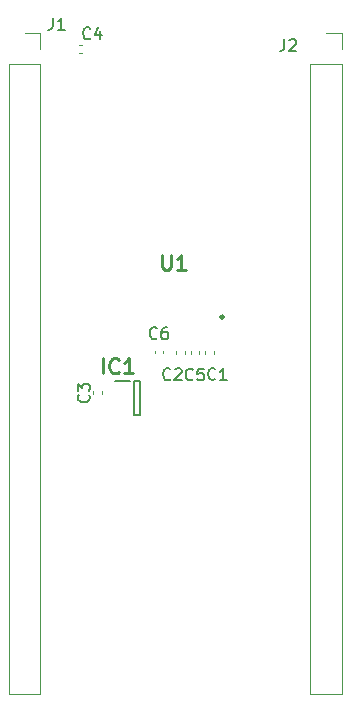
<source format=gbr>
%TF.GenerationSoftware,KiCad,Pcbnew,9.0.2*%
%TF.CreationDate,2025-07-02T00:41:41+02:00*%
%TF.ProjectId,flex_aufsatz,666c6578-5f61-4756-9673-61747a2e6b69,rev?*%
%TF.SameCoordinates,Original*%
%TF.FileFunction,Legend,Top*%
%TF.FilePolarity,Positive*%
%FSLAX46Y46*%
G04 Gerber Fmt 4.6, Leading zero omitted, Abs format (unit mm)*
G04 Created by KiCad (PCBNEW 9.0.2) date 2025-07-02 00:41:41*
%MOMM*%
%LPD*%
G01*
G04 APERTURE LIST*
%ADD10C,0.150000*%
%ADD11C,0.254000*%
%ADD12C,0.120000*%
%ADD13C,0.200000*%
%ADD14C,0.250000*%
G04 APERTURE END LIST*
D10*
X96766666Y-95354819D02*
X96766666Y-96069104D01*
X96766666Y-96069104D02*
X96719047Y-96211961D01*
X96719047Y-96211961D02*
X96623809Y-96307200D01*
X96623809Y-96307200D02*
X96480952Y-96354819D01*
X96480952Y-96354819D02*
X96385714Y-96354819D01*
X97766666Y-96354819D02*
X97195238Y-96354819D01*
X97480952Y-96354819D02*
X97480952Y-95354819D01*
X97480952Y-95354819D02*
X97385714Y-95497676D01*
X97385714Y-95497676D02*
X97290476Y-95592914D01*
X97290476Y-95592914D02*
X97195238Y-95640533D01*
D11*
X101000237Y-125434318D02*
X101000237Y-124164318D01*
X102330714Y-125313365D02*
X102270238Y-125373842D01*
X102270238Y-125373842D02*
X102088809Y-125434318D01*
X102088809Y-125434318D02*
X101967857Y-125434318D01*
X101967857Y-125434318D02*
X101786428Y-125373842D01*
X101786428Y-125373842D02*
X101665476Y-125252889D01*
X101665476Y-125252889D02*
X101604999Y-125131937D01*
X101604999Y-125131937D02*
X101544523Y-124890032D01*
X101544523Y-124890032D02*
X101544523Y-124708603D01*
X101544523Y-124708603D02*
X101604999Y-124466699D01*
X101604999Y-124466699D02*
X101665476Y-124345746D01*
X101665476Y-124345746D02*
X101786428Y-124224794D01*
X101786428Y-124224794D02*
X101967857Y-124164318D01*
X101967857Y-124164318D02*
X102088809Y-124164318D01*
X102088809Y-124164318D02*
X102270238Y-124224794D01*
X102270238Y-124224794D02*
X102330714Y-124285270D01*
X103540238Y-125434318D02*
X102814523Y-125434318D01*
X103177380Y-125434318D02*
X103177380Y-124164318D01*
X103177380Y-124164318D02*
X103056428Y-124345746D01*
X103056428Y-124345746D02*
X102935476Y-124466699D01*
X102935476Y-124466699D02*
X102814523Y-124527175D01*
D10*
X106723333Y-125924580D02*
X106675714Y-125972200D01*
X106675714Y-125972200D02*
X106532857Y-126019819D01*
X106532857Y-126019819D02*
X106437619Y-126019819D01*
X106437619Y-126019819D02*
X106294762Y-125972200D01*
X106294762Y-125972200D02*
X106199524Y-125876961D01*
X106199524Y-125876961D02*
X106151905Y-125781723D01*
X106151905Y-125781723D02*
X106104286Y-125591247D01*
X106104286Y-125591247D02*
X106104286Y-125448390D01*
X106104286Y-125448390D02*
X106151905Y-125257914D01*
X106151905Y-125257914D02*
X106199524Y-125162676D01*
X106199524Y-125162676D02*
X106294762Y-125067438D01*
X106294762Y-125067438D02*
X106437619Y-125019819D01*
X106437619Y-125019819D02*
X106532857Y-125019819D01*
X106532857Y-125019819D02*
X106675714Y-125067438D01*
X106675714Y-125067438D02*
X106723333Y-125115057D01*
X107104286Y-125115057D02*
X107151905Y-125067438D01*
X107151905Y-125067438D02*
X107247143Y-125019819D01*
X107247143Y-125019819D02*
X107485238Y-125019819D01*
X107485238Y-125019819D02*
X107580476Y-125067438D01*
X107580476Y-125067438D02*
X107628095Y-125115057D01*
X107628095Y-125115057D02*
X107675714Y-125210295D01*
X107675714Y-125210295D02*
X107675714Y-125305533D01*
X107675714Y-125305533D02*
X107628095Y-125448390D01*
X107628095Y-125448390D02*
X107056667Y-126019819D01*
X107056667Y-126019819D02*
X107675714Y-126019819D01*
X110523333Y-125909580D02*
X110475714Y-125957200D01*
X110475714Y-125957200D02*
X110332857Y-126004819D01*
X110332857Y-126004819D02*
X110237619Y-126004819D01*
X110237619Y-126004819D02*
X110094762Y-125957200D01*
X110094762Y-125957200D02*
X109999524Y-125861961D01*
X109999524Y-125861961D02*
X109951905Y-125766723D01*
X109951905Y-125766723D02*
X109904286Y-125576247D01*
X109904286Y-125576247D02*
X109904286Y-125433390D01*
X109904286Y-125433390D02*
X109951905Y-125242914D01*
X109951905Y-125242914D02*
X109999524Y-125147676D01*
X109999524Y-125147676D02*
X110094762Y-125052438D01*
X110094762Y-125052438D02*
X110237619Y-125004819D01*
X110237619Y-125004819D02*
X110332857Y-125004819D01*
X110332857Y-125004819D02*
X110475714Y-125052438D01*
X110475714Y-125052438D02*
X110523333Y-125100057D01*
X111475714Y-126004819D02*
X110904286Y-126004819D01*
X111190000Y-126004819D02*
X111190000Y-125004819D01*
X111190000Y-125004819D02*
X111094762Y-125147676D01*
X111094762Y-125147676D02*
X110999524Y-125242914D01*
X110999524Y-125242914D02*
X110904286Y-125290533D01*
X105573333Y-122449580D02*
X105525714Y-122497200D01*
X105525714Y-122497200D02*
X105382857Y-122544819D01*
X105382857Y-122544819D02*
X105287619Y-122544819D01*
X105287619Y-122544819D02*
X105144762Y-122497200D01*
X105144762Y-122497200D02*
X105049524Y-122401961D01*
X105049524Y-122401961D02*
X105001905Y-122306723D01*
X105001905Y-122306723D02*
X104954286Y-122116247D01*
X104954286Y-122116247D02*
X104954286Y-121973390D01*
X104954286Y-121973390D02*
X105001905Y-121782914D01*
X105001905Y-121782914D02*
X105049524Y-121687676D01*
X105049524Y-121687676D02*
X105144762Y-121592438D01*
X105144762Y-121592438D02*
X105287619Y-121544819D01*
X105287619Y-121544819D02*
X105382857Y-121544819D01*
X105382857Y-121544819D02*
X105525714Y-121592438D01*
X105525714Y-121592438D02*
X105573333Y-121640057D01*
X106430476Y-121544819D02*
X106240000Y-121544819D01*
X106240000Y-121544819D02*
X106144762Y-121592438D01*
X106144762Y-121592438D02*
X106097143Y-121640057D01*
X106097143Y-121640057D02*
X106001905Y-121782914D01*
X106001905Y-121782914D02*
X105954286Y-121973390D01*
X105954286Y-121973390D02*
X105954286Y-122354342D01*
X105954286Y-122354342D02*
X106001905Y-122449580D01*
X106001905Y-122449580D02*
X106049524Y-122497200D01*
X106049524Y-122497200D02*
X106144762Y-122544819D01*
X106144762Y-122544819D02*
X106335238Y-122544819D01*
X106335238Y-122544819D02*
X106430476Y-122497200D01*
X106430476Y-122497200D02*
X106478095Y-122449580D01*
X106478095Y-122449580D02*
X106525714Y-122354342D01*
X106525714Y-122354342D02*
X106525714Y-122116247D01*
X106525714Y-122116247D02*
X106478095Y-122021009D01*
X106478095Y-122021009D02*
X106430476Y-121973390D01*
X106430476Y-121973390D02*
X106335238Y-121925771D01*
X106335238Y-121925771D02*
X106144762Y-121925771D01*
X106144762Y-121925771D02*
X106049524Y-121973390D01*
X106049524Y-121973390D02*
X106001905Y-122021009D01*
X106001905Y-122021009D02*
X105954286Y-122116247D01*
D11*
X106022380Y-115394318D02*
X106022380Y-116422413D01*
X106022380Y-116422413D02*
X106082857Y-116543365D01*
X106082857Y-116543365D02*
X106143333Y-116603842D01*
X106143333Y-116603842D02*
X106264285Y-116664318D01*
X106264285Y-116664318D02*
X106506190Y-116664318D01*
X106506190Y-116664318D02*
X106627142Y-116603842D01*
X106627142Y-116603842D02*
X106687619Y-116543365D01*
X106687619Y-116543365D02*
X106748095Y-116422413D01*
X106748095Y-116422413D02*
X106748095Y-115394318D01*
X108018095Y-116664318D02*
X107292380Y-116664318D01*
X107655237Y-116664318D02*
X107655237Y-115394318D01*
X107655237Y-115394318D02*
X107534285Y-115575746D01*
X107534285Y-115575746D02*
X107413333Y-115696699D01*
X107413333Y-115696699D02*
X107292380Y-115757175D01*
D10*
X116366666Y-97154819D02*
X116366666Y-97869104D01*
X116366666Y-97869104D02*
X116319047Y-98011961D01*
X116319047Y-98011961D02*
X116223809Y-98107200D01*
X116223809Y-98107200D02*
X116080952Y-98154819D01*
X116080952Y-98154819D02*
X115985714Y-98154819D01*
X116795238Y-97250057D02*
X116842857Y-97202438D01*
X116842857Y-97202438D02*
X116938095Y-97154819D01*
X116938095Y-97154819D02*
X117176190Y-97154819D01*
X117176190Y-97154819D02*
X117271428Y-97202438D01*
X117271428Y-97202438D02*
X117319047Y-97250057D01*
X117319047Y-97250057D02*
X117366666Y-97345295D01*
X117366666Y-97345295D02*
X117366666Y-97440533D01*
X117366666Y-97440533D02*
X117319047Y-97583390D01*
X117319047Y-97583390D02*
X116747619Y-98154819D01*
X116747619Y-98154819D02*
X117366666Y-98154819D01*
X99789580Y-127266666D02*
X99837200Y-127314285D01*
X99837200Y-127314285D02*
X99884819Y-127457142D01*
X99884819Y-127457142D02*
X99884819Y-127552380D01*
X99884819Y-127552380D02*
X99837200Y-127695237D01*
X99837200Y-127695237D02*
X99741961Y-127790475D01*
X99741961Y-127790475D02*
X99646723Y-127838094D01*
X99646723Y-127838094D02*
X99456247Y-127885713D01*
X99456247Y-127885713D02*
X99313390Y-127885713D01*
X99313390Y-127885713D02*
X99122914Y-127838094D01*
X99122914Y-127838094D02*
X99027676Y-127790475D01*
X99027676Y-127790475D02*
X98932438Y-127695237D01*
X98932438Y-127695237D02*
X98884819Y-127552380D01*
X98884819Y-127552380D02*
X98884819Y-127457142D01*
X98884819Y-127457142D02*
X98932438Y-127314285D01*
X98932438Y-127314285D02*
X98980057Y-127266666D01*
X98884819Y-126933332D02*
X98884819Y-126314285D01*
X98884819Y-126314285D02*
X99265771Y-126647618D01*
X99265771Y-126647618D02*
X99265771Y-126504761D01*
X99265771Y-126504761D02*
X99313390Y-126409523D01*
X99313390Y-126409523D02*
X99361009Y-126361904D01*
X99361009Y-126361904D02*
X99456247Y-126314285D01*
X99456247Y-126314285D02*
X99694342Y-126314285D01*
X99694342Y-126314285D02*
X99789580Y-126361904D01*
X99789580Y-126361904D02*
X99837200Y-126409523D01*
X99837200Y-126409523D02*
X99884819Y-126504761D01*
X99884819Y-126504761D02*
X99884819Y-126790475D01*
X99884819Y-126790475D02*
X99837200Y-126885713D01*
X99837200Y-126885713D02*
X99789580Y-126933332D01*
X108623333Y-125949580D02*
X108575714Y-125997200D01*
X108575714Y-125997200D02*
X108432857Y-126044819D01*
X108432857Y-126044819D02*
X108337619Y-126044819D01*
X108337619Y-126044819D02*
X108194762Y-125997200D01*
X108194762Y-125997200D02*
X108099524Y-125901961D01*
X108099524Y-125901961D02*
X108051905Y-125806723D01*
X108051905Y-125806723D02*
X108004286Y-125616247D01*
X108004286Y-125616247D02*
X108004286Y-125473390D01*
X108004286Y-125473390D02*
X108051905Y-125282914D01*
X108051905Y-125282914D02*
X108099524Y-125187676D01*
X108099524Y-125187676D02*
X108194762Y-125092438D01*
X108194762Y-125092438D02*
X108337619Y-125044819D01*
X108337619Y-125044819D02*
X108432857Y-125044819D01*
X108432857Y-125044819D02*
X108575714Y-125092438D01*
X108575714Y-125092438D02*
X108623333Y-125140057D01*
X109528095Y-125044819D02*
X109051905Y-125044819D01*
X109051905Y-125044819D02*
X109004286Y-125521009D01*
X109004286Y-125521009D02*
X109051905Y-125473390D01*
X109051905Y-125473390D02*
X109147143Y-125425771D01*
X109147143Y-125425771D02*
X109385238Y-125425771D01*
X109385238Y-125425771D02*
X109480476Y-125473390D01*
X109480476Y-125473390D02*
X109528095Y-125521009D01*
X109528095Y-125521009D02*
X109575714Y-125616247D01*
X109575714Y-125616247D02*
X109575714Y-125854342D01*
X109575714Y-125854342D02*
X109528095Y-125949580D01*
X109528095Y-125949580D02*
X109480476Y-125997200D01*
X109480476Y-125997200D02*
X109385238Y-126044819D01*
X109385238Y-126044819D02*
X109147143Y-126044819D01*
X109147143Y-126044819D02*
X109051905Y-125997200D01*
X109051905Y-125997200D02*
X109004286Y-125949580D01*
X99933333Y-97059580D02*
X99885714Y-97107200D01*
X99885714Y-97107200D02*
X99742857Y-97154819D01*
X99742857Y-97154819D02*
X99647619Y-97154819D01*
X99647619Y-97154819D02*
X99504762Y-97107200D01*
X99504762Y-97107200D02*
X99409524Y-97011961D01*
X99409524Y-97011961D02*
X99361905Y-96916723D01*
X99361905Y-96916723D02*
X99314286Y-96726247D01*
X99314286Y-96726247D02*
X99314286Y-96583390D01*
X99314286Y-96583390D02*
X99361905Y-96392914D01*
X99361905Y-96392914D02*
X99409524Y-96297676D01*
X99409524Y-96297676D02*
X99504762Y-96202438D01*
X99504762Y-96202438D02*
X99647619Y-96154819D01*
X99647619Y-96154819D02*
X99742857Y-96154819D01*
X99742857Y-96154819D02*
X99885714Y-96202438D01*
X99885714Y-96202438D02*
X99933333Y-96250057D01*
X100790476Y-96488152D02*
X100790476Y-97154819D01*
X100552381Y-96107200D02*
X100314286Y-96821485D01*
X100314286Y-96821485D02*
X100933333Y-96821485D01*
D12*
%TO.C,J1*%
X93060000Y-99220000D02*
X93060000Y-152620000D01*
X93060000Y-99220000D02*
X95720000Y-99220000D01*
X93060000Y-152620000D02*
X95720000Y-152620000D01*
X94390000Y-96620000D02*
X95720000Y-96620000D01*
X95720000Y-96620000D02*
X95720000Y-97950000D01*
X95720000Y-99220000D02*
X95720000Y-152620000D01*
D13*
%TO.C,IC1*%
X102015000Y-126060000D02*
X103265000Y-126060000D01*
X103615000Y-126110000D02*
X104165000Y-126110000D01*
X103615000Y-129010000D02*
X103615000Y-126110000D01*
X104165000Y-126110000D02*
X104165000Y-129010000D01*
X104165000Y-129010000D02*
X103615000Y-129010000D01*
D12*
%TO.C,C2*%
X107205000Y-123557164D02*
X107205000Y-123772836D01*
X107925000Y-123557164D02*
X107925000Y-123772836D01*
%TO.C,C1*%
X109680000Y-123557164D02*
X109680000Y-123772836D01*
X110400000Y-123557164D02*
X110400000Y-123772836D01*
%TO.C,C6*%
X105390000Y-123532164D02*
X105390000Y-123747836D01*
X106110000Y-123532164D02*
X106110000Y-123747836D01*
D14*
%TO.C,U1*%
X111215000Y-120690000D02*
G75*
G02*
X110965000Y-120690000I-125000J0D01*
G01*
X110965000Y-120690000D02*
G75*
G02*
X111215000Y-120690000I125000J0D01*
G01*
D12*
%TO.C,J2*%
X118570000Y-99220000D02*
X118570000Y-152620000D01*
X118570000Y-99220000D02*
X121230000Y-99220000D01*
X118570000Y-152620000D02*
X121230000Y-152620000D01*
X119900000Y-96620000D02*
X121230000Y-96620000D01*
X121230000Y-96620000D02*
X121230000Y-97950000D01*
X121230000Y-99220000D02*
X121230000Y-152620000D01*
%TO.C,C3*%
X100190000Y-126962164D02*
X100190000Y-127177836D01*
X100910000Y-126962164D02*
X100910000Y-127177836D01*
%TO.C,C5*%
X108455000Y-123792836D02*
X108455000Y-123577164D01*
X109175000Y-123792836D02*
X109175000Y-123577164D01*
%TO.C,C4*%
X98992164Y-97640000D02*
X99207836Y-97640000D01*
X98992164Y-98360000D02*
X99207836Y-98360000D01*
%TD*%
M02*

</source>
